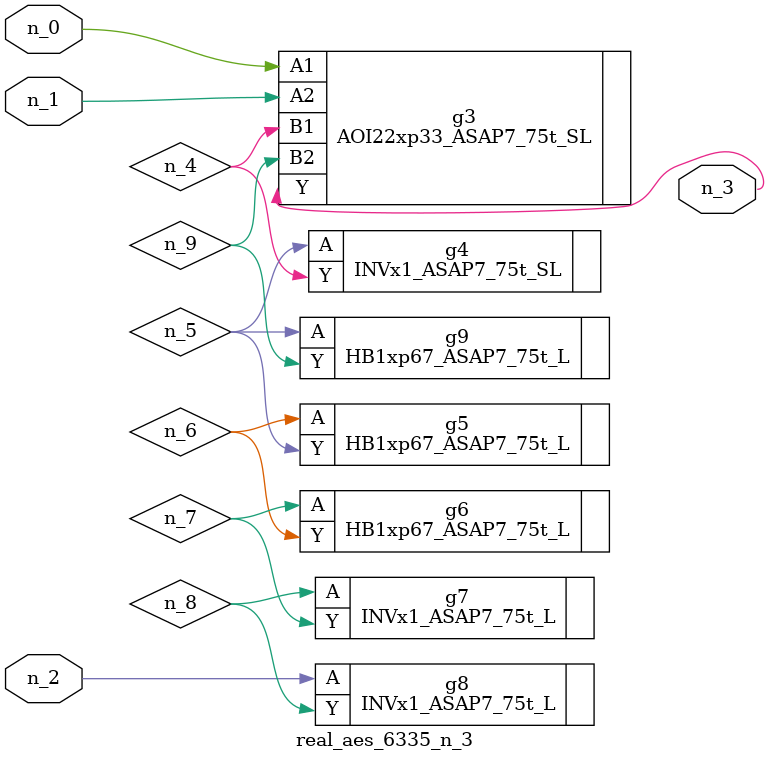
<source format=v>
module real_aes_6335_n_3 (n_0, n_2, n_1, n_3);
input n_0;
input n_2;
input n_1;
output n_3;
wire n_4;
wire n_5;
wire n_7;
wire n_9;
wire n_6;
wire n_8;
AOI22xp33_ASAP7_75t_SL g3 ( .A1(n_0), .A2(n_1), .B1(n_4), .B2(n_9), .Y(n_3) );
INVx1_ASAP7_75t_L g8 ( .A(n_2), .Y(n_8) );
INVx1_ASAP7_75t_SL g4 ( .A(n_5), .Y(n_4) );
HB1xp67_ASAP7_75t_L g9 ( .A(n_5), .Y(n_9) );
HB1xp67_ASAP7_75t_L g5 ( .A(n_6), .Y(n_5) );
HB1xp67_ASAP7_75t_L g6 ( .A(n_7), .Y(n_6) );
INVx1_ASAP7_75t_L g7 ( .A(n_8), .Y(n_7) );
endmodule
</source>
